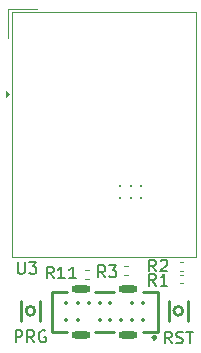
<source format=gto>
%TF.GenerationSoftware,KiCad,Pcbnew,8.0.6*%
%TF.CreationDate,2024-10-29T18:21:19+01:00*%
%TF.ProjectId,openWifiDecoder,6f70656e-5769-4666-9944-65636f646572,rev?*%
%TF.SameCoordinates,Original*%
%TF.FileFunction,Legend,Top*%
%TF.FilePolarity,Positive*%
%FSLAX46Y46*%
G04 Gerber Fmt 4.6, Leading zero omitted, Abs format (unit mm)*
G04 Created by KiCad (PCBNEW 8.0.6) date 2024-10-29 18:21:19*
%MOMM*%
%LPD*%
G01*
G04 APERTURE LIST*
%ADD10C,0.200000*%
%ADD11C,0.150000*%
%ADD12C,0.250000*%
%ADD13C,0.120000*%
%ADD14O,1.610000X0.610000*%
%ADD15C,0.350000*%
%ADD16C,0.300000*%
G04 APERTURE END LIST*
D10*
X108152380Y-86952219D02*
X107819047Y-86476028D01*
X107580952Y-86952219D02*
X107580952Y-85952219D01*
X107580952Y-85952219D02*
X107961904Y-85952219D01*
X107961904Y-85952219D02*
X108057142Y-85999838D01*
X108057142Y-85999838D02*
X108104761Y-86047457D01*
X108104761Y-86047457D02*
X108152380Y-86142695D01*
X108152380Y-86142695D02*
X108152380Y-86285552D01*
X108152380Y-86285552D02*
X108104761Y-86380790D01*
X108104761Y-86380790D02*
X108057142Y-86428409D01*
X108057142Y-86428409D02*
X107961904Y-86476028D01*
X107961904Y-86476028D02*
X107580952Y-86476028D01*
X108533333Y-86904600D02*
X108676190Y-86952219D01*
X108676190Y-86952219D02*
X108914285Y-86952219D01*
X108914285Y-86952219D02*
X109009523Y-86904600D01*
X109009523Y-86904600D02*
X109057142Y-86856980D01*
X109057142Y-86856980D02*
X109104761Y-86761742D01*
X109104761Y-86761742D02*
X109104761Y-86666504D01*
X109104761Y-86666504D02*
X109057142Y-86571266D01*
X109057142Y-86571266D02*
X109009523Y-86523647D01*
X109009523Y-86523647D02*
X108914285Y-86476028D01*
X108914285Y-86476028D02*
X108723809Y-86428409D01*
X108723809Y-86428409D02*
X108628571Y-86380790D01*
X108628571Y-86380790D02*
X108580952Y-86333171D01*
X108580952Y-86333171D02*
X108533333Y-86237933D01*
X108533333Y-86237933D02*
X108533333Y-86142695D01*
X108533333Y-86142695D02*
X108580952Y-86047457D01*
X108580952Y-86047457D02*
X108628571Y-85999838D01*
X108628571Y-85999838D02*
X108723809Y-85952219D01*
X108723809Y-85952219D02*
X108961904Y-85952219D01*
X108961904Y-85952219D02*
X109104761Y-85999838D01*
X109390476Y-85952219D02*
X109961904Y-85952219D01*
X109676190Y-86952219D02*
X109676190Y-85952219D01*
X94938095Y-86852219D02*
X94938095Y-85852219D01*
X94938095Y-85852219D02*
X95319047Y-85852219D01*
X95319047Y-85852219D02*
X95414285Y-85899838D01*
X95414285Y-85899838D02*
X95461904Y-85947457D01*
X95461904Y-85947457D02*
X95509523Y-86042695D01*
X95509523Y-86042695D02*
X95509523Y-86185552D01*
X95509523Y-86185552D02*
X95461904Y-86280790D01*
X95461904Y-86280790D02*
X95414285Y-86328409D01*
X95414285Y-86328409D02*
X95319047Y-86376028D01*
X95319047Y-86376028D02*
X94938095Y-86376028D01*
X96509523Y-86852219D02*
X96176190Y-86376028D01*
X95938095Y-86852219D02*
X95938095Y-85852219D01*
X95938095Y-85852219D02*
X96319047Y-85852219D01*
X96319047Y-85852219D02*
X96414285Y-85899838D01*
X96414285Y-85899838D02*
X96461904Y-85947457D01*
X96461904Y-85947457D02*
X96509523Y-86042695D01*
X96509523Y-86042695D02*
X96509523Y-86185552D01*
X96509523Y-86185552D02*
X96461904Y-86280790D01*
X96461904Y-86280790D02*
X96414285Y-86328409D01*
X96414285Y-86328409D02*
X96319047Y-86376028D01*
X96319047Y-86376028D02*
X95938095Y-86376028D01*
X97461904Y-85899838D02*
X97366666Y-85852219D01*
X97366666Y-85852219D02*
X97223809Y-85852219D01*
X97223809Y-85852219D02*
X97080952Y-85899838D01*
X97080952Y-85899838D02*
X96985714Y-85995076D01*
X96985714Y-85995076D02*
X96938095Y-86090314D01*
X96938095Y-86090314D02*
X96890476Y-86280790D01*
X96890476Y-86280790D02*
X96890476Y-86423647D01*
X96890476Y-86423647D02*
X96938095Y-86614123D01*
X96938095Y-86614123D02*
X96985714Y-86709361D01*
X96985714Y-86709361D02*
X97080952Y-86804600D01*
X97080952Y-86804600D02*
X97223809Y-86852219D01*
X97223809Y-86852219D02*
X97319047Y-86852219D01*
X97319047Y-86852219D02*
X97461904Y-86804600D01*
X97461904Y-86804600D02*
X97509523Y-86756980D01*
X97509523Y-86756980D02*
X97509523Y-86423647D01*
X97509523Y-86423647D02*
X97319047Y-86423647D01*
D11*
X106833333Y-80854819D02*
X106500000Y-80378628D01*
X106261905Y-80854819D02*
X106261905Y-79854819D01*
X106261905Y-79854819D02*
X106642857Y-79854819D01*
X106642857Y-79854819D02*
X106738095Y-79902438D01*
X106738095Y-79902438D02*
X106785714Y-79950057D01*
X106785714Y-79950057D02*
X106833333Y-80045295D01*
X106833333Y-80045295D02*
X106833333Y-80188152D01*
X106833333Y-80188152D02*
X106785714Y-80283390D01*
X106785714Y-80283390D02*
X106738095Y-80331009D01*
X106738095Y-80331009D02*
X106642857Y-80378628D01*
X106642857Y-80378628D02*
X106261905Y-80378628D01*
X107214286Y-79950057D02*
X107261905Y-79902438D01*
X107261905Y-79902438D02*
X107357143Y-79854819D01*
X107357143Y-79854819D02*
X107595238Y-79854819D01*
X107595238Y-79854819D02*
X107690476Y-79902438D01*
X107690476Y-79902438D02*
X107738095Y-79950057D01*
X107738095Y-79950057D02*
X107785714Y-80045295D01*
X107785714Y-80045295D02*
X107785714Y-80140533D01*
X107785714Y-80140533D02*
X107738095Y-80283390D01*
X107738095Y-80283390D02*
X107166667Y-80854819D01*
X107166667Y-80854819D02*
X107785714Y-80854819D01*
X102533333Y-81354819D02*
X102200000Y-80878628D01*
X101961905Y-81354819D02*
X101961905Y-80354819D01*
X101961905Y-80354819D02*
X102342857Y-80354819D01*
X102342857Y-80354819D02*
X102438095Y-80402438D01*
X102438095Y-80402438D02*
X102485714Y-80450057D01*
X102485714Y-80450057D02*
X102533333Y-80545295D01*
X102533333Y-80545295D02*
X102533333Y-80688152D01*
X102533333Y-80688152D02*
X102485714Y-80783390D01*
X102485714Y-80783390D02*
X102438095Y-80831009D01*
X102438095Y-80831009D02*
X102342857Y-80878628D01*
X102342857Y-80878628D02*
X101961905Y-80878628D01*
X102866667Y-80354819D02*
X103485714Y-80354819D01*
X103485714Y-80354819D02*
X103152381Y-80735771D01*
X103152381Y-80735771D02*
X103295238Y-80735771D01*
X103295238Y-80735771D02*
X103390476Y-80783390D01*
X103390476Y-80783390D02*
X103438095Y-80831009D01*
X103438095Y-80831009D02*
X103485714Y-80926247D01*
X103485714Y-80926247D02*
X103485714Y-81164342D01*
X103485714Y-81164342D02*
X103438095Y-81259580D01*
X103438095Y-81259580D02*
X103390476Y-81307200D01*
X103390476Y-81307200D02*
X103295238Y-81354819D01*
X103295238Y-81354819D02*
X103009524Y-81354819D01*
X103009524Y-81354819D02*
X102914286Y-81307200D01*
X102914286Y-81307200D02*
X102866667Y-81259580D01*
X98157142Y-81454819D02*
X97823809Y-80978628D01*
X97585714Y-81454819D02*
X97585714Y-80454819D01*
X97585714Y-80454819D02*
X97966666Y-80454819D01*
X97966666Y-80454819D02*
X98061904Y-80502438D01*
X98061904Y-80502438D02*
X98109523Y-80550057D01*
X98109523Y-80550057D02*
X98157142Y-80645295D01*
X98157142Y-80645295D02*
X98157142Y-80788152D01*
X98157142Y-80788152D02*
X98109523Y-80883390D01*
X98109523Y-80883390D02*
X98061904Y-80931009D01*
X98061904Y-80931009D02*
X97966666Y-80978628D01*
X97966666Y-80978628D02*
X97585714Y-80978628D01*
X99109523Y-81454819D02*
X98538095Y-81454819D01*
X98823809Y-81454819D02*
X98823809Y-80454819D01*
X98823809Y-80454819D02*
X98728571Y-80597676D01*
X98728571Y-80597676D02*
X98633333Y-80692914D01*
X98633333Y-80692914D02*
X98538095Y-80740533D01*
X100061904Y-81454819D02*
X99490476Y-81454819D01*
X99776190Y-81454819D02*
X99776190Y-80454819D01*
X99776190Y-80454819D02*
X99680952Y-80597676D01*
X99680952Y-80597676D02*
X99585714Y-80692914D01*
X99585714Y-80692914D02*
X99490476Y-80740533D01*
X106833333Y-82054819D02*
X106500000Y-81578628D01*
X106261905Y-82054819D02*
X106261905Y-81054819D01*
X106261905Y-81054819D02*
X106642857Y-81054819D01*
X106642857Y-81054819D02*
X106738095Y-81102438D01*
X106738095Y-81102438D02*
X106785714Y-81150057D01*
X106785714Y-81150057D02*
X106833333Y-81245295D01*
X106833333Y-81245295D02*
X106833333Y-81388152D01*
X106833333Y-81388152D02*
X106785714Y-81483390D01*
X106785714Y-81483390D02*
X106738095Y-81531009D01*
X106738095Y-81531009D02*
X106642857Y-81578628D01*
X106642857Y-81578628D02*
X106261905Y-81578628D01*
X107785714Y-82054819D02*
X107214286Y-82054819D01*
X107500000Y-82054819D02*
X107500000Y-81054819D01*
X107500000Y-81054819D02*
X107404762Y-81197676D01*
X107404762Y-81197676D02*
X107309524Y-81292914D01*
X107309524Y-81292914D02*
X107214286Y-81340533D01*
X95138095Y-80054819D02*
X95138095Y-80864342D01*
X95138095Y-80864342D02*
X95185714Y-80959580D01*
X95185714Y-80959580D02*
X95233333Y-81007200D01*
X95233333Y-81007200D02*
X95328571Y-81054819D01*
X95328571Y-81054819D02*
X95519047Y-81054819D01*
X95519047Y-81054819D02*
X95614285Y-81007200D01*
X95614285Y-81007200D02*
X95661904Y-80959580D01*
X95661904Y-80959580D02*
X95709523Y-80864342D01*
X95709523Y-80864342D02*
X95709523Y-80054819D01*
X96090476Y-80054819D02*
X96709523Y-80054819D01*
X96709523Y-80054819D02*
X96376190Y-80435771D01*
X96376190Y-80435771D02*
X96519047Y-80435771D01*
X96519047Y-80435771D02*
X96614285Y-80483390D01*
X96614285Y-80483390D02*
X96661904Y-80531009D01*
X96661904Y-80531009D02*
X96709523Y-80626247D01*
X96709523Y-80626247D02*
X96709523Y-80864342D01*
X96709523Y-80864342D02*
X96661904Y-80959580D01*
X96661904Y-80959580D02*
X96614285Y-81007200D01*
X96614285Y-81007200D02*
X96519047Y-81054819D01*
X96519047Y-81054819D02*
X96233333Y-81054819D01*
X96233333Y-81054819D02*
X96138095Y-81007200D01*
X96138095Y-81007200D02*
X96090476Y-80959580D01*
D12*
%TO.C,USB1*%
X98000000Y-82580000D02*
X99310000Y-82580000D01*
X98000000Y-85980000D02*
X98000000Y-82580000D01*
X99310000Y-85980000D02*
X98000000Y-85980000D01*
X101690000Y-82580000D02*
X103310000Y-82580000D01*
X103310000Y-85980000D02*
X101690000Y-85980000D01*
X105690000Y-82580000D02*
X107000000Y-82580000D01*
X107000000Y-82580000D02*
X107000000Y-85980000D01*
X107000000Y-85980000D02*
X105690000Y-85980000D01*
X106840000Y-86480000D02*
G75*
G02*
X106560000Y-86480000I-140000J0D01*
G01*
X106560000Y-86480000D02*
G75*
G02*
X106840000Y-86480000I140000J0D01*
G01*
D13*
%TO.C,R2*%
X109153641Y-80020000D02*
X108846359Y-80020000D01*
X109153641Y-80780000D02*
X108846359Y-80780000D01*
D12*
%TO.C,FLASH1*%
X95390000Y-85070000D02*
X95390000Y-83320000D01*
X96990000Y-85070000D02*
X96990000Y-83320000D01*
X96580000Y-84200000D02*
G75*
G02*
X95820000Y-84200000I-380000J0D01*
G01*
X95820000Y-84200000D02*
G75*
G02*
X96580000Y-84200000I380000J0D01*
G01*
D13*
%TO.C,R3*%
X104453641Y-80420000D02*
X104146359Y-80420000D01*
X104453641Y-81180000D02*
X104146359Y-81180000D01*
%TO.C,R11*%
X101153641Y-80720000D02*
X100846359Y-80720000D01*
X101153641Y-81480000D02*
X100846359Y-81480000D01*
D12*
%TO.C,RESET1*%
X107910000Y-85070000D02*
X107910000Y-83320000D01*
X109510000Y-85070000D02*
X109510000Y-83320000D01*
X109100000Y-84200000D02*
G75*
G02*
X108340000Y-84200000I-380000J0D01*
G01*
X108340000Y-84200000D02*
G75*
G02*
X109100000Y-84200000I380000J0D01*
G01*
D13*
%TO.C,R1*%
X109153641Y-81120000D02*
X108846359Y-81120000D01*
X109153641Y-81880000D02*
X108846359Y-81880000D01*
%TO.C,U3*%
X94325000Y-58650000D02*
X94325000Y-61100000D01*
X94325000Y-58650000D02*
X96775000Y-58650000D01*
X94600000Y-58900000D02*
X110200000Y-58900000D01*
X94600000Y-79600000D02*
X94600000Y-58900000D01*
X110200000Y-58900000D02*
X110200000Y-79600000D01*
X110200000Y-79600000D02*
X94600000Y-79600000D01*
X94425000Y-65850000D02*
X94089000Y-66090000D01*
X94089000Y-65610000D01*
X94425000Y-65850000D01*
G36*
X94425000Y-65850000D02*
G01*
X94089000Y-66090000D01*
X94089000Y-65610000D01*
X94425000Y-65850000D01*
G37*
%TD*%
D14*
X100500000Y-82350000D03*
X104500000Y-82350000D03*
X100500000Y-86210000D03*
X104500000Y-86210000D03*
D15*
X105750000Y-85000000D03*
X104800000Y-85000000D03*
X103850000Y-85000000D03*
X102950000Y-85000000D03*
X102050000Y-85000000D03*
X100200000Y-85000000D03*
X99250000Y-85000000D03*
X99250000Y-83560000D03*
X100200000Y-83560000D03*
X101150000Y-83560000D03*
X102050000Y-83560000D03*
X102950000Y-83560000D03*
X104800000Y-83560000D03*
X105750000Y-83560000D03*
D16*
X103800000Y-73600000D03*
X103800000Y-74600000D03*
X104700000Y-73600000D03*
X104700000Y-74600000D03*
X105600000Y-73600000D03*
X105600000Y-74600000D03*
M02*

</source>
